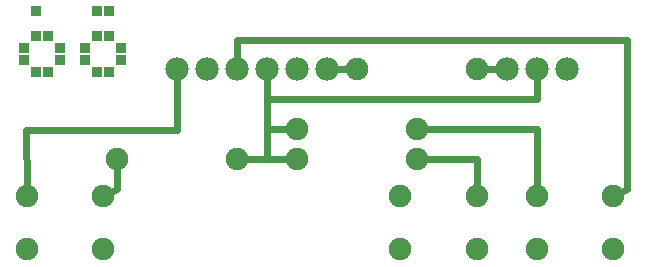
<source format=gtl>
G04 MADE WITH FRITZING*
G04 WWW.FRITZING.ORG*
G04 DOUBLE SIDED*
G04 HOLES PLATED*
G04 CONTOUR ON CENTER OF CONTOUR VECTOR*
%ASAXBY*%
%FSLAX23Y23*%
%MOIN*%
%OFA0B0*%
%SFA1.0B1.0*%
%ADD10C,0.075000*%
%ADD11C,0.078000*%
%ADD12R,0.032835X0.032835*%
%ADD13C,0.024000*%
%LNCOPPER1*%
G90*
G70*
G54D10*
X1275Y669D03*
X1675Y669D03*
G54D11*
X1975Y669D03*
X1875Y669D03*
X1775Y669D03*
X1175Y669D03*
X1075Y669D03*
X975Y669D03*
X875Y669D03*
X775Y669D03*
X675Y669D03*
G54D10*
X431Y69D03*
X175Y69D03*
X431Y247D03*
X175Y247D03*
X1675Y69D03*
X1419Y69D03*
X1675Y247D03*
X1419Y247D03*
X2131Y69D03*
X1875Y69D03*
X2131Y247D03*
X1875Y247D03*
X475Y369D03*
X875Y369D03*
X1075Y369D03*
X1475Y369D03*
X1075Y469D03*
X1475Y469D03*
G54D12*
X206Y863D03*
X409Y863D03*
X450Y863D03*
X165Y700D03*
X165Y741D03*
X206Y781D03*
X247Y781D03*
X287Y700D03*
X287Y741D03*
X206Y659D03*
X247Y659D03*
X369Y700D03*
X369Y741D03*
X409Y781D03*
X450Y781D03*
X491Y700D03*
X491Y741D03*
X409Y659D03*
X450Y659D03*
G54D13*
X1675Y370D02*
X1504Y369D01*
D02*
X1675Y275D02*
X1675Y370D01*
D02*
X2157Y259D02*
X2176Y269D01*
D02*
X2176Y269D02*
X2176Y768D01*
D02*
X2176Y768D02*
X876Y768D01*
D02*
X876Y768D02*
X875Y699D01*
D02*
X1875Y470D02*
X1504Y469D01*
D02*
X1875Y275D02*
X1875Y470D01*
D02*
X475Y269D02*
X475Y341D01*
D02*
X456Y260D02*
X475Y269D01*
D02*
X975Y470D02*
X1047Y470D01*
D02*
X975Y570D02*
X975Y470D01*
D02*
X975Y639D02*
X975Y570D01*
D02*
X975Y369D02*
X1047Y369D01*
D02*
X975Y369D02*
X904Y369D01*
D02*
X975Y470D02*
X975Y369D01*
D02*
X1876Y570D02*
X1875Y639D01*
D02*
X975Y570D02*
X1876Y570D01*
D02*
X675Y468D02*
X675Y639D01*
D02*
X476Y468D02*
X675Y468D01*
D02*
X174Y468D02*
X476Y468D01*
D02*
X175Y275D02*
X174Y468D01*
D02*
X1205Y669D02*
X1247Y669D01*
D02*
X1745Y669D02*
X1704Y669D01*
G04 End of Copper1*
M02*
</source>
